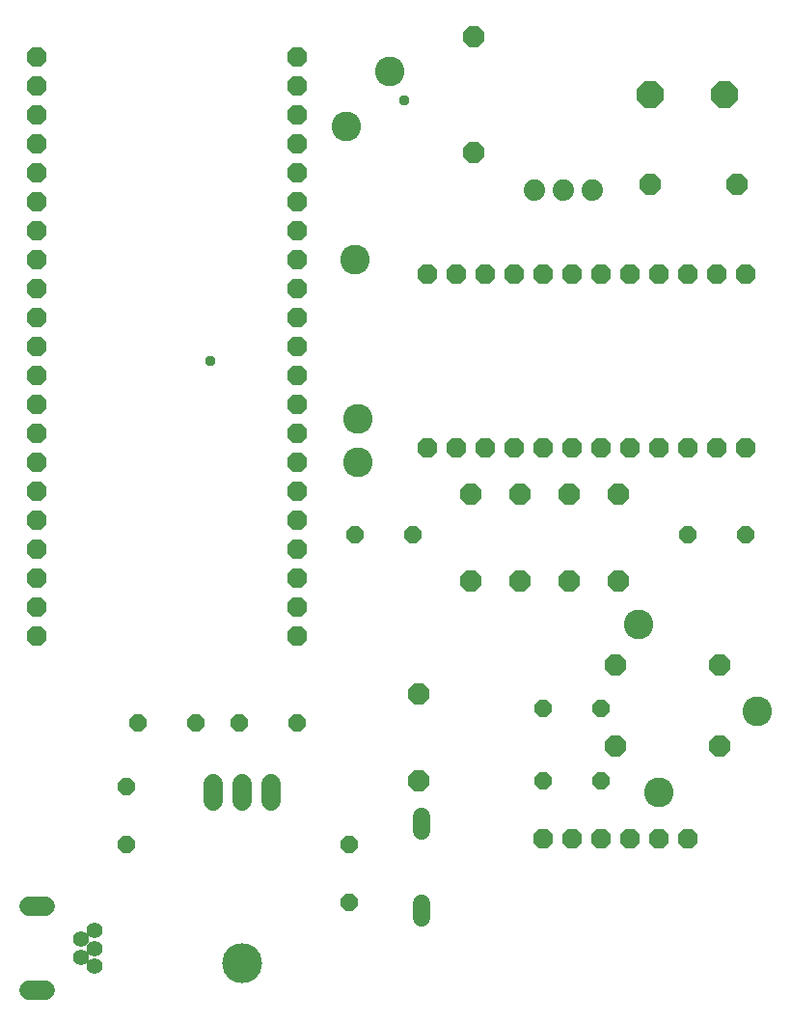
<source format=gbr>
G04 EAGLE Gerber RS-274X export*
G75*
%MOMM*%
%FSLAX34Y34*%
%LPD*%
%INSoldermask Bottom*%
%IPPOS*%
%AMOC8*
5,1,8,0,0,1.08239X$1,22.5*%
G01*
%ADD10P,1.649562X8X22.500000*%
%ADD11C,1.727200*%
%ADD12C,3.505200*%
%ADD13P,1.852186X8X112.500000*%
%ADD14C,1.711200*%
%ADD15C,1.411200*%
%ADD16P,1.852186X8X202.500000*%
%ADD17P,1.852186X8X22.500000*%
%ADD18C,1.524000*%
%ADD19P,1.649562X8X292.500000*%
%ADD20P,2.034460X8X112.500000*%
%ADD21P,2.556822X8X22.500000*%
%ADD22P,2.034460X8X202.500000*%
%ADD23P,1.649562X8X112.500000*%
%ADD24C,1.879600*%
%ADD25C,2.603200*%
%ADD26C,0.959600*%


D10*
X215900Y355600D03*
X266700Y355600D03*
X127000Y355600D03*
X177800Y355600D03*
D11*
X243840Y302260D02*
X243840Y287020D01*
X218440Y287020D02*
X218440Y302260D01*
X193040Y302260D02*
X193040Y287020D01*
D12*
X218440Y144780D03*
D13*
X266700Y431800D03*
X266700Y457200D03*
X266700Y482600D03*
X266700Y508000D03*
X266700Y533400D03*
X266700Y558800D03*
X266700Y584200D03*
X266700Y609600D03*
X266700Y635000D03*
X266700Y660400D03*
X266700Y685800D03*
X266700Y711200D03*
X266700Y736600D03*
X266700Y762000D03*
X266700Y787400D03*
X266700Y812800D03*
X266700Y838200D03*
X266700Y863600D03*
X266700Y889000D03*
X266700Y914400D03*
X266700Y939800D03*
X38100Y431800D03*
X38100Y457200D03*
X38100Y482600D03*
X38100Y508000D03*
X38100Y533400D03*
X38100Y558800D03*
X38100Y584200D03*
X38100Y609600D03*
X38100Y635000D03*
X38100Y660400D03*
X38100Y685800D03*
X38100Y711200D03*
X38100Y736600D03*
X38100Y762000D03*
X38100Y787400D03*
X38100Y812800D03*
X38100Y838200D03*
X38100Y863600D03*
X38100Y889000D03*
X38100Y914400D03*
X38100Y939800D03*
D14*
X31170Y193980D02*
X46250Y193980D01*
X46250Y120980D02*
X31170Y120980D01*
D15*
X77210Y149480D03*
X89210Y157480D03*
X89210Y173480D03*
X89210Y141480D03*
X77210Y165480D03*
D16*
X660400Y749300D03*
X635000Y749300D03*
X609600Y749300D03*
X584200Y749300D03*
X558800Y749300D03*
X533400Y749300D03*
X508000Y749300D03*
X482600Y749300D03*
X457200Y749300D03*
X431800Y749300D03*
X406400Y749300D03*
X381000Y749300D03*
D17*
X381000Y596900D03*
X406400Y596900D03*
X431800Y596900D03*
X457200Y596900D03*
X482600Y596900D03*
X508000Y596900D03*
X533400Y596900D03*
X558800Y596900D03*
X584200Y596900D03*
X609600Y596900D03*
X635000Y596900D03*
X660400Y596900D03*
D16*
X609600Y254000D03*
X584200Y254000D03*
X558800Y254000D03*
X533400Y254000D03*
X508000Y254000D03*
X482600Y254000D03*
D18*
X375920Y260096D02*
X375920Y273304D01*
X375920Y197104D02*
X375920Y183896D01*
D19*
X312420Y248920D03*
X312420Y198120D03*
D20*
X373380Y304800D03*
X373380Y381000D03*
D10*
X482600Y304800D03*
X533400Y304800D03*
X482600Y368300D03*
X533400Y368300D03*
X609600Y520700D03*
X660400Y520700D03*
D21*
X642112Y906780D03*
X577088Y906780D03*
D10*
X317500Y520700D03*
X368300Y520700D03*
D20*
X548640Y480060D03*
X548640Y556260D03*
X505460Y480060D03*
X505460Y556260D03*
X462280Y480060D03*
X462280Y556260D03*
X419100Y480060D03*
X419100Y556260D03*
D22*
X652780Y828040D03*
X576580Y828040D03*
D23*
X116840Y248920D03*
X116840Y299720D03*
D22*
X637540Y335280D03*
X546100Y335280D03*
X637540Y406400D03*
X546100Y406400D03*
D20*
X421640Y855980D03*
X421640Y957580D03*
D24*
X500380Y822960D03*
X474980Y822960D03*
X525780Y822960D03*
D25*
X320040Y584200D03*
X320040Y622300D03*
X584200Y294640D03*
X566420Y441960D03*
X309880Y878840D03*
X347980Y927100D03*
X670560Y365760D03*
X317500Y762000D03*
D26*
X360680Y901700D03*
X190500Y673100D03*
M02*

</source>
